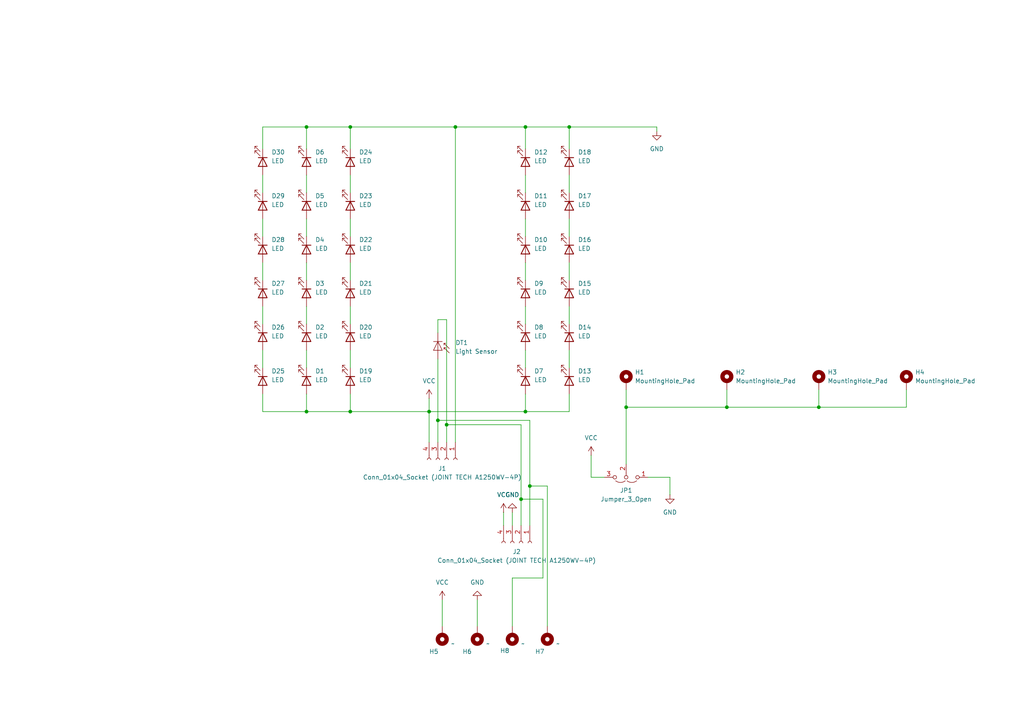
<source format=kicad_sch>
(kicad_sch (version 20231120) (generator "eeschema") (generator_version "8.0")
  (paper "A4")
  (lib_symbols
    (symbol "Connector:Conn_01x04_Socket" (pin_names (offset 1.016) hide)
      (property "Reference" "J" (at 0 5.08 0))
      (property "Value" "Conn_01x04_Socket" (at 0 -7.62 0))
      (symbol "Conn_01x04_Socket_1_1"
        (arc (start 0 -4.572) (mid -0.5058 -5.08) (end 0 -5.588) (stroke (width 0.1524)))
        (arc (start 0 -2.032) (mid -0.5058 -2.54) (end 0 -3.048) (stroke (width 0.1524)))
        (polyline (pts (xy -1.27 -5.08) (xy -0.508 -5.08)) (stroke (width 0.1524)))
        (polyline (pts (xy -1.27 -2.54) (xy -0.508 -2.54)) (stroke (width 0.1524)))
        (polyline (pts (xy -1.27 0) (xy -0.508 0)) (stroke (width 0.1524)))
        (polyline (pts (xy -1.27 2.54) (xy -0.508 2.54)) (stroke (width 0.1524)))
        (arc (start 0 0.508) (mid -0.5058 0) (end 0 -0.508) (stroke (width 0.1524)))
        (arc (start 0 3.048) (mid -0.5058 2.54) (end 0 2.032) (stroke (width 0.1524)))
        (pin passive line (at -5.08 2.54 0) (length 3.81) (name "Pin_1") (number "1"))
        (pin passive line (at -5.08 0 0) (length 3.81) (name "Pin_2") (number "2"))
        (pin passive line (at -5.08 -2.54 0) (length 3.81) (name "Pin_3") (number "3"))
        (pin passive line (at -5.08 -5.08 0) (length 3.81) (name "Pin_4") (number "4"))
      )
    )
    (symbol "Device:LED" (pin_numbers hide) (pin_names (offset 1.016) hide)
      (property "Reference" "D" (at 0 2.54 0))
      (property "Value" "LED" (at 0 -2.54 0))
      (symbol "LED_0_1"
        (polyline (pts (xy -1.27 -1.27) (xy -1.27 1.27)) (stroke (width 0.254)))
        (polyline (pts (xy -1.27 0) (xy 1.27 0)))
        (polyline (pts (xy 1.27 -1.27) (xy 1.27 1.27) (xy -1.27 0) (xy 1.27 -1.27)) (stroke (width 0.254)))
        (polyline (pts (xy -3.048 -0.762) (xy -4.572 -2.286) (xy -3.81 -2.286) (xy -4.572 -2.286) (xy -4.572 -1.524)))
        (polyline (pts (xy -1.778 -0.762) (xy -3.302 -2.286) (xy -2.54 -2.286) (xy -3.302 -2.286) (xy -3.302 -1.524)))
      )
      (symbol "LED_1_1"
        (pin passive line (at -3.81 0 0) (length 2.54) (name "K") (number "1"))
        (pin passive line (at 3.81 0 180) (length 2.54) (name "A") (number "2"))
      )
    )
    (symbol "Jumper:Jumper_3_Open" (pin_names (offset 0) hide) (exclude_from_sim yes) (in_bom no)
      (property "Reference" "JP" (at -2.54 -2.54 0))
      (property "Value" "Jumper_3_Open" (at 0 2.794 0))
      (symbol "Jumper_3_Open_0_0"
        (circle (center -3.302 0) (radius 0.508))
        (circle (center 0 0) (radius 0.508))
        (circle (center 3.302 0) (radius 0.508))
      )
      (symbol "Jumper_3_Open_0_1"
        (arc (start -0.254 1.016) (mid -1.651 1.4992) (end -3.048 1.016))
        (polyline (pts (xy 0 -0.508) (xy 0 -1.27)))
        (arc (start 3.048 1.016) (mid 1.651 1.4992) (end 0.254 1.016))
      )
      (symbol "Jumper_3_Open_1_1"
        (pin passive line (at -6.35 0 0) (length 2.54) (name "A") (number "1"))
        (pin passive line (at 0 -3.81 90) (length 2.54) (name "C") (number "2"))
        (pin passive line (at 6.35 0 180) (length 2.54) (name "B") (number "3"))
      )
    )
    (symbol "Mechanical:MountingHole_Pad" (pin_numbers hide) (pin_names (offset 1.016) hide) (exclude_from_sim yes) (in_bom no)
      (property "Reference" "H" (at 0 6.35 0))
      (property "Value" "MountingHole_Pad" (at 0 4.445 0))
      (symbol "MountingHole_Pad_0_1"
        (circle (center 0 1.27) (radius 1.27) (stroke (width 1.27)))
      )
      (symbol "MountingHole_Pad_1_1"
        (pin input line (at 0 -2.54 90) (length 2.54) (name "1") (number "1"))
      )
    )
    (symbol "Sensor_Optical:SFH205F" (pin_numbers hide) (pin_names (offset 1.016) hide)
      (property "Reference" "D" (at 0.508 1.778 0))
      (property "Value" "SFH205F" (at -1.016 -2.794 0))
      (symbol "SFH205F_0_1"
        (polyline (pts (xy -2.54 1.27) (xy -2.54 -1.27)) (stroke (width 0.1524)))
        (polyline (pts (xy -2.032 1.778) (xy -1.524 1.778)))
        (polyline (pts (xy 0 0) (xy -2.54 0)))
        (polyline (pts (xy 0 1.27) (xy 0 -1.27)))
        (polyline (pts (xy -0.508 3.302) (xy -2.032 1.778) (xy -2.032 2.286)))
        (polyline (pts (xy 0 1.27) (xy -2.54 0) (xy 0 -1.27)))
        (polyline (pts (xy 0.762 3.302) (xy -0.762 1.778) (xy -0.762 2.286) (xy -0.762 1.778) (xy -0.254 1.778)))
      )
      (symbol "SFH205F_1_1"
        (pin passive line (at -5.08 0 0) (length 2.54) (name "K") (number "1"))
        (pin passive line (at 2.54 0 180) (length 2.54) (name "A") (number "2"))
      )
    )
    (symbol "power:GND" (power) (pin_numbers hide) (pin_names (offset 0) hide)
      (property "Value" "GND" (at 0 -3.81 0))
      (symbol "GND_0_1"
        (polyline (pts (xy 0 0) (xy 0 -1.27) (xy 1.27 -1.27) (xy 0 -2.54) (xy -1.27 -1.27) (xy 0 -1.27)))
      )
      (symbol "GND_1_1"
        (pin power_in line (at 0 0 270) (length 0) (name "~") (number "1"))
      )
    )
    (symbol "power:VCC" (power) (pin_numbers hide) (pin_names (offset 0) hide)
      (property "Value" "VCC" (at 0 3.556 0))
      (symbol "VCC_0_1"
        (polyline (pts (xy -0.762 1.27) (xy 0 2.54)))
        (polyline (pts (xy 0 0) (xy 0 2.54)))
        (polyline (pts (xy 0 2.54) (xy 0.762 1.27)))
      )
      (symbol "VCC_1_1"
        (pin power_in line (at 0 0 90) (length 0) (name "~") (number "1"))
      )
    )
  )
  (junction (at 153.67 140.97))
  (junction (at 152.4 119.38))
  (junction (at 151.13 144.78))
  (junction (at 124.46 119.38))
  (junction (at 88.9 119.38))
  (junction (at 101.6 36.83))
  (junction (at 127 121.92))
  (junction (at 165.1 36.83))
  (junction (at 129.54 123.19))
  (junction (at 237.49 118.11))
  (junction (at 210.82 118.11))
  (junction (at 152.4 36.83))
  (junction (at 132.08 36.83))
  (junction (at 181.61 118.11))
  (junction (at 88.9 36.83))
  (junction (at 101.6 119.38))
  (wire (pts (xy 88.9 76.2) (xy 88.9 81.28)))
  (wire (pts (xy 165.1 63.5) (xy 165.1 68.58)))
  (wire (pts (xy 127 121.92) (xy 153.67 121.92)))
  (wire (pts (xy 76.2 36.83) (xy 88.9 36.83)))
  (wire (pts (xy 165.1 119.38) (xy 152.4 119.38)))
  (wire (pts (xy 76.2 88.9) (xy 76.2 93.98)))
  (wire (pts (xy 190.5 38.1) (xy 190.5 36.83)))
  (wire (pts (xy 190.5 36.83) (xy 165.1 36.83)))
  (wire (pts (xy 101.6 36.83) (xy 132.08 36.83)))
  (wire (pts (xy 153.67 140.97) (xy 153.67 121.92)))
  (wire (pts (xy 127 121.92) (xy 127 128.27)))
  (wire (pts (xy 124.46 115.57) (xy 124.46 119.38)))
  (wire (pts (xy 76.2 43.18) (xy 76.2 36.83)))
  (wire (pts (xy 262.89 113.03) (xy 262.89 118.11)))
  (wire (pts (xy 157.48 144.78) (xy 151.13 144.78)))
  (wire (pts (xy 152.4 36.83) (xy 165.1 36.83)))
  (wire (pts (xy 101.6 101.6) (xy 101.6 106.68)))
  (wire (pts (xy 124.46 119.38) (xy 152.4 119.38)))
  (wire (pts (xy 153.67 152.4) (xy 153.67 140.97)))
  (wire (pts (xy 158.75 140.97) (xy 153.67 140.97)))
  (wire (pts (xy 262.89 118.11) (xy 237.49 118.11)))
  (wire (pts (xy 101.6 76.2) (xy 101.6 81.28)))
  (wire (pts (xy 101.6 119.38) (xy 124.46 119.38)))
  (wire (pts (xy 76.2 76.2) (xy 76.2 81.28)))
  (wire (pts (xy 127 104.14) (xy 127 121.92)))
  (wire (pts (xy 127 92.71) (xy 127 96.52)))
  (wire (pts (xy 151.13 123.19) (xy 129.54 123.19)))
  (wire (pts (xy 76.2 119.38) (xy 88.9 119.38)))
  (wire (pts (xy 181.61 113.03) (xy 181.61 118.11)))
  (wire (pts (xy 152.4 50.8) (xy 152.4 55.88)))
  (wire (pts (xy 128.27 173.99) (xy 128.27 181.61)))
  (wire (pts (xy 88.9 101.6) (xy 88.9 106.68)))
  (wire (pts (xy 194.31 138.43) (xy 194.31 143.51)))
  (wire (pts (xy 165.1 50.8) (xy 165.1 55.88)))
  (wire (pts (xy 165.1 88.9) (xy 165.1 93.98)))
  (wire (pts (xy 88.9 63.5) (xy 88.9 68.58)))
  (wire (pts (xy 165.1 101.6) (xy 165.1 106.68)))
  (wire (pts (xy 129.54 92.71) (xy 127 92.71)))
  (wire (pts (xy 101.6 88.9) (xy 101.6 93.98)))
  (wire (pts (xy 124.46 119.38) (xy 124.46 128.27)))
  (wire (pts (xy 152.4 114.3) (xy 152.4 119.38)))
  (wire (pts (xy 129.54 123.19) (xy 129.54 92.71)))
  (wire (pts (xy 210.82 113.03) (xy 210.82 118.11)))
  (wire (pts (xy 181.61 118.11) (xy 181.61 134.62)))
  (wire (pts (xy 101.6 50.8) (xy 101.6 55.88)))
  (wire (pts (xy 171.45 138.43) (xy 171.45 132.08)))
  (wire (pts (xy 76.2 114.3) (xy 76.2 119.38)))
  (wire (pts (xy 88.9 88.9) (xy 88.9 93.98)))
  (wire (pts (xy 148.59 167.64) (xy 157.48 167.64)))
  (wire (pts (xy 151.13 152.4) (xy 151.13 144.78)))
  (wire (pts (xy 101.6 114.3) (xy 101.6 119.38)))
  (wire (pts (xy 76.2 63.5) (xy 76.2 68.58)))
  (wire (pts (xy 88.9 119.38) (xy 88.9 114.3)))
  (wire (pts (xy 132.08 36.83) (xy 132.08 128.27)))
  (wire (pts (xy 152.4 76.2) (xy 152.4 81.28)))
  (wire (pts (xy 76.2 50.8) (xy 76.2 55.88)))
  (wire (pts (xy 237.49 113.03) (xy 237.49 118.11)))
  (wire (pts (xy 101.6 119.38) (xy 88.9 119.38)))
  (wire (pts (xy 129.54 128.27) (xy 129.54 123.19)))
  (wire (pts (xy 187.96 138.43) (xy 194.31 138.43)))
  (wire (pts (xy 101.6 63.5) (xy 101.6 68.58)))
  (wire (pts (xy 175.26 138.43) (xy 171.45 138.43)))
  (wire (pts (xy 165.1 114.3) (xy 165.1 119.38)))
  (wire (pts (xy 151.13 144.78) (xy 151.13 123.19)))
  (wire (pts (xy 88.9 36.83) (xy 88.9 43.18)))
  (wire (pts (xy 152.4 36.83) (xy 152.4 43.18)))
  (wire (pts (xy 152.4 88.9) (xy 152.4 93.98)))
  (wire (pts (xy 148.59 181.61) (xy 148.59 167.64)))
  (wire (pts (xy 101.6 36.83) (xy 101.6 43.18)))
  (wire (pts (xy 152.4 63.5) (xy 152.4 68.58)))
  (wire (pts (xy 138.43 173.99) (xy 138.43 181.61)))
  (wire (pts (xy 76.2 101.6) (xy 76.2 106.68)))
  (wire (pts (xy 181.61 118.11) (xy 210.82 118.11)))
  (wire (pts (xy 88.9 50.8) (xy 88.9 55.88)))
  (wire (pts (xy 148.59 148.59) (xy 148.59 152.4)))
  (wire (pts (xy 165.1 76.2) (xy 165.1 81.28)))
  (wire (pts (xy 146.05 148.59) (xy 146.05 152.4)))
  (wire (pts (xy 88.9 36.83) (xy 101.6 36.83)))
  (wire (pts (xy 165.1 36.83) (xy 165.1 43.18)))
  (wire (pts (xy 152.4 101.6) (xy 152.4 106.68)))
  (wire (pts (xy 237.49 118.11) (xy 210.82 118.11)))
  (wire (pts (xy 132.08 36.83) (xy 152.4 36.83)))
  (wire (pts (xy 157.48 167.64) (xy 157.48 144.78)))
  (wire (pts (xy 158.75 181.61) (xy 158.75 140.97)))
  (symbol (lib_id "Mechanical:MountingHole_Pad") (at 138.43 184.15 180) (unit 1) (exclude_from_sim yes) (in_bom no)
    (property "Reference" "H6" (at 134.112 188.976 0) (effects (justify right)))
    (property "Value" "~" (at 140.97 186.69 0) (effects (justify right)))
    (property "Footprint" "Connector_PinHeader_2.54mm:PinHeader_1x01_P2.54mm_Vertical" (effects (hide yes)))
  )
  (symbol (lib_id "power:VCC") (at 171.45 132.08 0) (unit 1)
    (property "Reference" "#PWR01" (effects (hide yes)))
    (property "Value" "VCC" (at 171.45 127 0))
    (property "Description" "Power symbol creates a global label with name \"VCC\"" (effects (hide yes)))
  )
  (symbol (lib_id "Connector:Conn_01x04_Socket") (at 151.13 157.48 270) (unit 1)
    (property "Reference" "J2" (at 149.86 160.02 90))
    (property "Value" "Conn_01x04_Socket (JOINT TECH A1250WV-4P)" (at 149.86 162.56 90))
    (property "Footprint" "Connector_PinHeader_1.27mm:PinHeader_1x04_P1.27mm_Vertical" (effects (hide yes)))
    (property "Datasheet" "https://www.hestore.hu/prod_10035291.html" (effects (hide yes)))
    (property "Description" "Factory pinout" (effects (hide yes)))
  )
  (symbol (lib_id "power:GND") (at 148.59 148.59 180) (unit 1)
    (property "Reference" "#PWR06" (effects (hide yes)))
    (property "Value" "GND" (at 148.59 143.51 0))
    (property "Description" "Power symbol creates a global label with name \"GND\" , ground" (effects (hide yes)))
  )
  (symbol (lib_id "Device:LED") (at 165.1 59.69 270) (unit 1)
    (property "Reference" "D17" (at 167.64 56.8324 90) (effects (justify left)))
    (property "Value" "LED" (at 167.64 59.3724 90) (effects (justify left)))
    (property "Footprint" "LED_THT:LED_D3.0mm" (effects (hide yes)))
    (property "Description" "850nm Light emitting diode" (effects (hide yes)))
  )
  (symbol (lib_id "Sensor_Optical:SFH205F") (at 127 101.6 270) (unit 1)
    (property "Reference" "DT1" (at 132.08 99.4028 90) (effects (justify left)))
    (property "Value" "Light Sensor" (at 132.08 101.9428 90) (effects (justify left)))
    (property "Footprint" "LED_THT:LED_D5.0mm" (effects (hide yes)))
  )
  (symbol (lib_id "Device:LED") (at 76.2 46.99 270) (unit 1)
    (property "Reference" "D30" (at 78.74 44.1324 90) (effects (justify left)))
    (property "Value" "LED" (at 78.74 46.6724 90) (effects (justify left)))
    (property "Footprint" "LED_THT:LED_D3.0mm" (effects (hide yes)))
    (property "Description" "850nm Light emitting diode" (effects (hide yes)))
  )
  (symbol (lib_id "Device:LED") (at 152.4 72.39 270) (unit 1)
    (property "Reference" "D10" (at 154.94 69.5324 90) (effects (justify left)))
    (property "Value" "LED" (at 154.94 72.0724 90) (effects (justify left)))
    (property "Footprint" "LED_THT:LED_D3.0mm" (effects (hide yes)))
    (property "Description" "850nm Light emitting diode" (effects (hide yes)))
  )
  (symbol (lib_id "Device:LED") (at 101.6 85.09 270) (unit 1)
    (property "Reference" "D21" (at 104.14 82.2324 90) (effects (justify left)))
    (property "Value" "LED" (at 104.14 84.7724 90) (effects (justify left)))
    (property "Footprint" "LED_THT:LED_D3.0mm" (effects (hide yes)))
    (property "Description" "850nm Light emitting diode" (effects (hide yes)))
  )
  (symbol (lib_id "Mechanical:MountingHole_Pad") (at 237.49 110.49 0) (unit 1) (exclude_from_sim yes) (in_bom no)
    (property "Reference" "H3" (at 240.03 107.9499 0) (effects (justify left)))
    (property "Value" "MountingHole_Pad" (at 240.03 110.4899 0) (effects (justify left)))
    (property "Footprint" "MountingHole:MountingHole_2.2mm_M2_DIN965_Pad" (effects (hide yes)))
    (property "Description" "Mounting Hole with connection" (effects (hide yes)))
  )
  (symbol (lib_id "Device:LED") (at 165.1 46.99 270) (unit 1)
    (property "Reference" "D18" (at 167.64 44.1324 90) (effects (justify left)))
    (property "Value" "LED" (at 167.64 46.6724 90) (effects (justify left)))
    (property "Footprint" "LED_THT:LED_D3.0mm" (effects (hide yes)))
    (property "Description" "850nm Light emitting diode" (effects (hide yes)))
  )
  (symbol (lib_id "Device:LED") (at 88.9 97.79 270) (unit 1)
    (property "Reference" "D2" (at 91.44 94.9324 90) (effects (justify left)))
    (property "Value" "LED" (at 91.44 97.4724 90) (effects (justify left)))
    (property "Footprint" "LED_THT:LED_D3.0mm" (effects (hide yes)))
    (property "Description" "850nm Light emitting diode" (effects (hide yes)))
  )
  (symbol (lib_id "Device:LED") (at 101.6 59.69 270) (unit 1)
    (property "Reference" "D23" (at 104.14 56.8324 90) (effects (justify left)))
    (property "Value" "LED" (at 104.14 59.3724 90) (effects (justify left)))
    (property "Footprint" "LED_THT:LED_D3.0mm" (effects (hide yes)))
    (property "Description" "850nm Light emitting diode" (effects (hide yes)))
  )
  (symbol (lib_id "Jumper:Jumper_3_Open") (at 181.61 138.43 180) (unit 1) (exclude_from_sim yes) (in_bom no)
    (property "Reference" "JP1" (at 181.61 142.24 0))
    (property "Value" "Jumper_3_Open" (at 181.61 144.78 0))
    (property "Footprint" "Connector_PinHeader_2.54mm:PinHeader_1x03_P2.54mm_Vertical" (effects (hide yes)))
    (property "Description" "Jumper, 3-pole, both open" (effects (hide yes)))
  )
  (symbol (lib_id "Device:LED") (at 76.2 72.39 270) (unit 1)
    (property "Reference" "D28" (at 78.74 69.5324 90) (effects (justify left)))
    (property "Value" "LED" (at 78.74 72.0724 90) (effects (justify left)))
    (property "Footprint" "LED_THT:LED_D3.0mm" (effects (hide yes)))
    (property "Description" "850nm Light emitting diode" (effects (hide yes)))
  )
  (symbol (lib_id "Mechanical:MountingHole_Pad") (at 128.27 184.15 180) (unit 1) (exclude_from_sim yes) (in_bom no)
    (property "Reference" "H5" (at 124.46 188.976 0) (effects (justify right)))
    (property "Value" "~" (at 130.81 186.6899 0) (effects (justify right)))
    (property "Footprint" "Connector_PinHeader_2.54mm:PinHeader_1x01_P2.54mm_Vertical" (effects (hide yes)))
  )
  (symbol (lib_id "Device:LED") (at 101.6 97.79 270) (unit 1)
    (property "Reference" "D20" (at 104.14 94.9324 90) (effects (justify left)))
    (property "Value" "LED" (at 104.14 97.4724 90) (effects (justify left)))
    (property "Footprint" "LED_THT:LED_D3.0mm" (effects (hide yes)))
    (property "Description" "850nm Light emitting diode" (effects (hide yes)))
  )
  (symbol (lib_id "power:GND") (at 138.43 173.99 180) (unit 1)
    (property "Reference" "#PWR08" (effects (hide yes)))
    (property "Value" "GND" (at 138.43 168.91 0))
    (property "Description" "Power symbol creates a global label with name \"GND\" , ground" (effects (hide yes)))
  )
  (symbol (lib_id "Device:LED") (at 152.4 85.09 270) (unit 1)
    (property "Reference" "D9" (at 154.94 82.2324 90) (effects (justify left)))
    (property "Value" "LED" (at 154.94 84.7724 90) (effects (justify left)))
    (property "Footprint" "LED_THT:LED_D3.0mm" (effects (hide yes)))
    (property "Description" "850nm Light emitting diode" (effects (hide yes)))
  )
  (symbol (lib_id "Device:LED") (at 165.1 85.09 270) (unit 1)
    (property "Reference" "D15" (at 167.64 82.2324 90) (effects (justify left)))
    (property "Value" "LED" (at 167.64 84.7724 90) (effects (justify left)))
    (property "Footprint" "LED_THT:LED_D3.0mm" (effects (hide yes)))
    (property "Description" "850nm Light emitting diode" (effects (hide yes)))
  )
  (symbol (lib_id "power:VCC") (at 124.46 115.57 0) (unit 1)
    (property "Reference" "#PWR04" (effects (hide yes)))
    (property "Value" "VCC" (at 124.46 110.49 0))
    (property "Description" "Power symbol creates a global label with name \"VCC\"" (effects (hide yes)))
  )
  (symbol (lib_id "Device:LED") (at 101.6 46.99 270) (unit 1)
    (property "Reference" "D24" (at 104.14 44.1324 90) (effects (justify left)))
    (property "Value" "LED" (at 104.14 46.6724 90) (effects (justify left)))
    (property "Footprint" "LED_THT:LED_D3.0mm" (effects (hide yes)))
    (property "Description" "850nm Light emitting diode" (effects (hide yes)))
  )
  (symbol (lib_id "Device:LED") (at 101.6 72.39 270) (unit 1)
    (property "Reference" "D22" (at 104.14 69.5324 90) (effects (justify left)))
    (property "Value" "LED" (at 104.14 72.0724 90) (effects (justify left)))
    (property "Footprint" "LED_THT:LED_D3.0mm" (effects (hide yes)))
    (property "Description" "850nm Light emitting diode" (effects (hide yes)))
  )
  (symbol (lib_id "Device:LED") (at 76.2 97.79 270) (unit 1)
    (property "Reference" "D26" (at 78.74 94.9324 90) (effects (justify left)))
    (property "Value" "LED" (at 78.74 97.4724 90) (effects (justify left)))
    (property "Footprint" "LED_THT:LED_D3.0mm" (effects (hide yes)))
    (property "Description" "850nm Light emitting diode" (effects (hide yes)))
  )
  (symbol (lib_id "Device:LED") (at 88.9 72.39 270) (unit 1)
    (property "Reference" "D4" (at 91.44 69.5324 90) (effects (justify left)))
    (property "Value" "LED" (at 91.44 72.0724 90) (effects (justify left)))
    (property "Footprint" "LED_THT:LED_D3.0mm" (effects (hide yes)))
    (property "Description" "850nm Light emitting diode" (effects (hide yes)))
  )
  (symbol (lib_id "Device:LED") (at 101.6 110.49 270) (unit 1)
    (property "Reference" "D19" (at 104.14 107.6324 90) (effects (justify left)))
    (property "Value" "LED" (at 104.14 110.1724 90) (effects (justify left)))
    (property "Footprint" "LED_THT:LED_D3.0mm" (effects (hide yes)))
    (property "Description" "850nm Light emitting diode" (effects (hide yes)))
  )
  (symbol (lib_id "Device:LED") (at 76.2 110.49 270) (unit 1)
    (property "Reference" "D25" (at 78.74 107.6324 90) (effects (justify left)))
    (property "Value" "LED" (at 78.74 110.1724 90) (effects (justify left)))
    (property "Footprint" "LED_THT:LED_D3.0mm" (effects (hide yes)))
    (property "Description" "850nm Light emitting diode" (effects (hide yes)))
  )
  (symbol (lib_id "Connector:Conn_01x04_Socket") (at 129.54 133.35 270) (unit 1)
    (property "Reference" "J1" (at 128.27 135.89 90))
    (property "Value" "Conn_01x04_Socket (JOINT TECH A1250WV-4P)" (at 128.27 138.43 90))
    (property "Footprint" "Connector_PinHeader_1.27mm:PinHeader_1x04_P1.27mm_Vertical" (effects (hide yes)))
    (property "Datasheet" "https://www.hestore.hu/prod_10035291.html" (effects (hide yes)))
    (property "Description" "My first wrong v1.0 pinout" (effects (hide yes)))
  )
  (symbol (lib_id "Device:LED") (at 152.4 59.69 270) (unit 1)
    (property "Reference" "D11" (at 154.94 56.8324 90) (effects (justify left)))
    (property "Value" "LED" (at 154.94 59.3724 90) (effects (justify left)))
    (property "Footprint" "LED_THT:LED_D3.0mm" (effects (hide yes)))
    (property "Description" "850nm Light emitting diode" (effects (hide yes)))
  )
  (symbol (lib_id "power:GND") (at 194.31 143.51 0) (unit 1)
    (property "Reference" "#PWR03" (effects (hide yes)))
    (property "Value" "GND" (at 194.31 148.59 0))
    (property "Description" "Power symbol creates a global label with name \"GND\" , ground" (effects (hide yes)))
  )
  (symbol (lib_id "Device:LED") (at 88.9 46.99 270) (unit 1)
    (property "Reference" "D6" (at 91.44 44.1324 90) (effects (justify left)))
    (property "Value" "LED" (at 91.44 46.6724 90) (effects (justify left)))
    (property "Footprint" "LED_THT:LED_D3.0mm" (effects (hide yes)))
    (property "Description" "850nm Light emitting diode" (effects (hide yes)))
  )
  (symbol (lib_id "Mechanical:MountingHole_Pad") (at 262.89 110.49 0) (unit 1) (exclude_from_sim yes) (in_bom no)
    (property "Reference" "H4" (at 265.43 107.9499 0) (effects (justify left)))
    (property "Value" "MountingHole_Pad" (at 265.43 110.4899 0) (effects (justify left)))
    (property "Footprint" "MountingHole:MountingHole_2.2mm_M2_DIN965_Pad" (effects (hide yes)))
    (property "Description" "Mounting Hole with connection" (effects (hide yes)))
  )
  (symbol (lib_id "Device:LED") (at 165.1 97.79 270) (unit 1)
    (property "Reference" "D14" (at 167.64 94.9324 90) (effects (justify left)))
    (property "Value" "LED" (at 167.64 97.4724 90) (effects (justify left)))
    (property "Footprint" "LED_THT:LED_D3.0mm" (effects (hide yes)))
    (property "Description" "850nm Light emitting diode" (effects (hide yes)))
  )
  (symbol (lib_id "power:GND") (at 190.5 38.1 0) (unit 1)
    (property "Reference" "#PWR02" (effects (hide yes)))
    (property "Value" "GND" (at 190.5 43.18 0))
    (property "Description" "Power symbol creates a global label with name \"GND\" , ground" (effects (hide yes)))
  )
  (symbol (lib_id "Mechanical:MountingHole_Pad") (at 158.75 184.15 180) (unit 1) (exclude_from_sim yes) (in_bom no)
    (property "Reference" "H7" (at 155.194 188.976 0) (effects (justify right)))
    (property "Value" "~" (at 161.29 186.6899 0) (effects (justify right)))
    (property "Footprint" "Connector_PinHeader_2.54mm:PinHeader_1x01_P2.54mm_Vertical" (effects (hide yes)))
  )
  (symbol (lib_id "Device:LED") (at 165.1 110.49 270) (unit 1)
    (property "Reference" "D13" (at 167.64 107.6324 90) (effects (justify left)))
    (property "Value" "LED" (at 167.64 110.1724 90) (effects (justify left)))
    (property "Footprint" "LED_THT:LED_D3.0mm" (effects (hide yes)))
    (property "Description" "850nm Light emitting diode" (effects (hide yes)))
  )
  (symbol (lib_id "Mechanical:MountingHole_Pad") (at 148.59 184.15 180) (unit 1) (exclude_from_sim yes) (in_bom no)
    (property "Reference" "H8" (at 145.034 188.722 0) (effects (justify right)))
    (property "Value" "~" (at 151.13 186.6899 0) (effects (justify right)))
    (property "Footprint" "Connector_PinHeader_2.54mm:PinHeader_1x01_P2.54mm_Vertical" (effects (hide yes)))
  )
  (symbol (lib_id "Device:LED") (at 152.4 46.99 270) (unit 1)
    (property "Reference" "D12" (at 154.94 44.1324 90) (effects (justify left)))
    (property "Value" "LED" (at 154.94 46.6724 90) (effects (justify left)))
    (property "Footprint" "LED_THT:LED_D3.0mm" (effects (hide yes)))
    (property "Description" "850nm Light emitting diode" (effects (hide yes)))
  )
  (symbol (lib_id "power:VCC") (at 146.05 148.59 0) (unit 1)
    (property "Reference" "#PWR05" (effects (hide yes)))
    (property "Value" "VCC" (at 146.05 143.51 0))
    (property "Description" "Power symbol creates a global label with name \"VCC\"" (effects (hide yes)))
  )
  (symbol (lib_id "power:VCC") (at 128.27 173.99 0) (unit 1)
    (property "Reference" "#PWR07" (effects (hide yes)))
    (property "Value" "VCC" (at 128.27 168.91 0))
    (property "Description" "Power symbol creates a global label with name \"VCC\"" (effects (hide yes)))
  )
  (symbol (lib_id "Device:LED") (at 152.4 110.49 270) (unit 1)
    (property "Reference" "D7" (at 154.94 107.6324 90) (effects (justify left)))
    (property "Value" "LED" (at 154.94 110.1724 90) (effects (justify left)))
    (property "Footprint" "LED_THT:LED_D3.0mm" (effects (hide yes)))
    (property "Description" "850nm Light emitting diode" (effects (hide yes)))
  )
  (symbol (lib_id "Device:LED") (at 76.2 85.09 270) (unit 1)
    (property "Reference" "D27" (at 78.74 82.2324 90) (effects (justify left)))
    (property "Value" "LED" (at 78.74 84.7724 90) (effects (justify left)))
    (property "Footprint" "LED_THT:LED_D3.0mm" (effects (hide yes)))
    (property "Description" "850nm Light emitting diode" (effects (hide yes)))
  )
  (symbol (lib_id "Device:LED") (at 165.1 72.39 270) (unit 1)
    (property "Reference" "D16" (at 167.64 69.5324 90) (effects (justify left)))
    (property "Value" "LED" (at 167.64 72.0724 90) (effects (justify left)))
    (property "Footprint" "LED_THT:LED_D3.0mm" (effects (hide yes)))
    (property "Description" "850nm Light emitting diode" (effects (hide yes)))
  )
  (symbol (lib_id "Device:LED") (at 88.9 110.49 270) (unit 1)
    (property "Reference" "D1" (at 91.44 107.6324 90) (effects (justify left)))
    (property "Value" "LED" (at 91.44 110.1724 90) (effects (justify left)))
    (property "Footprint" "LED_THT:LED_D3.0mm" (effects (hide yes)))
    (property "Description" "850nm Light emitting diode" (effects (hide yes)))
  )
  (symbol (lib_id "Mechanical:MountingHole_Pad") (at 181.61 110.49 0) (unit 1) (exclude_from_sim yes) (in_bom no)
    (property "Reference" "H1" (at 184.15 107.9499 0) (effects (justify left)))
    (property "Value" "MountingHole_Pad" (at 184.15 110.4899 0) (effects (justify left)))
    (property "Footprint" "MountingHole:MountingHole_2.2mm_M2_DIN965_Pad" (effects (hide yes)))
    (property "Description" "Mounting Hole with connection" (effects (hide yes)))
  )
  (symbol (lib_id "Mechanical:MountingHole_Pad") (at 210.82 110.49 0) (unit 1) (exclude_from_sim yes) (in_bom no)
    (property "Reference" "H2" (at 213.36 107.9499 0) (effects (justify left)))
    (property "Value" "MountingHole_Pad" (at 213.36 110.4899 0) (effects (justify left)))
    (property "Footprint" "MountingHole:MountingHole_2.2mm_M2_DIN965_Pad" (effects (hide yes)))
    (property "Description" "Mounting Hole with connection" (effects (hide yes)))
  )
  (symbol (lib_id "Device:LED") (at 88.9 59.69 270) (unit 1)
    (property "Reference" "D5" (at 91.44 56.8324 90) (effects (justify left)))
    (property "Value" "LED" (at 91.44 59.3724 90) (effects (justify left)))
    (property "Footprint" "LED_THT:LED_D3.0mm" (effects (hide yes)))
    (property "Description" "850nm Light emitting diode" (effects (hide yes)))
  )
  (symbol (lib_id "Device:LED") (at 76.2 59.69 270) (unit 1)
    (property "Reference" "D29" (at 78.74 56.8324 90) (effects (justify left)))
    (property "Value" "LED" (at 78.74 59.3724 90) (effects (justify left)))
    (property "Footprint" "LED_THT:LED_D3.0mm" (effects (hide yes)))
    (property "Description" "850nm Light emitting diode" (effects (hide yes)))
  )
  (symbol (lib_id "Device:LED") (at 152.4 97.79 270) (unit 1)
    (property "Reference" "D8" (at 154.94 94.9324 90) (effects (justify left)))
    (property "Value" "LED" (at 154.94 97.4724 90) (effects (justify left)))
    (property "Footprint" "LED_THT:LED_D3.0mm" (effects (hide yes)))
    (property "Description" "850nm Light emitting diode" (effects (hide yes)))
  )
  (symbol (lib_id "Device:LED") (at 88.9 85.09 270) (unit 1)
    (property "Reference" "D3" (at 91.44 82.2324 90) (effects (justify left)))
    (property "Value" "LED" (at 91.44 84.7724 90) (effects (justify left)))
    (property "Footprint" "LED_THT:LED_D3.0mm" (effects (hide yes)))
    (property "Description" "850nm Light emitting diode" (effects (hide yes)))
  )
)
</source>
